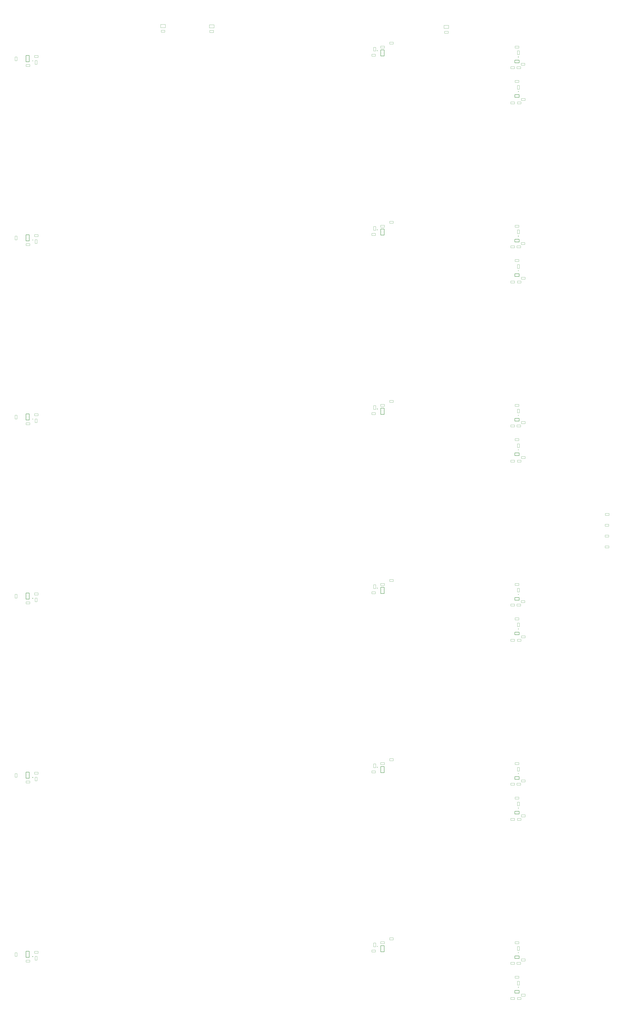
<source format=gbr>
%TF.GenerationSoftware,Altium Limited,Altium Designer,22.9.1 (49)*%
G04 Layer_Color=16711935*
%FSLAX45Y45*%
%MOMM*%
%TF.SameCoordinates,19B3199C-24C9-4E42-A554-521A99F5088D*%
%TF.FilePolarity,Positive*%
%TF.FileFunction,Other,Mechanical_13*%
%TF.Part,Single*%
G01*
G75*
%TA.AperFunction,NonConductor*%
%ADD28C,0.20000*%
%ADD29C,0.12700*%
%ADD36C,0.10000*%
D28*
X4226100Y4918000D02*
G03*
X4226100Y4918000I-10000J0D01*
G01*
X27010199Y5100400D02*
G03*
X27010199Y5100400I-10000J0D01*
G01*
X27011700Y3480400D02*
G03*
X27011700Y3480400I-10000J0D01*
G01*
X20392300Y5394700D02*
G03*
X20392300Y5394700I-10000J0D01*
G01*
X4226100Y46918170D02*
G03*
X4226100Y46918170I-10000J0D01*
G01*
X20392300Y47394870D02*
G03*
X20392300Y47394870I-10000J0D01*
G01*
X27011700Y45480569D02*
G03*
X27011700Y45480569I-10000J0D01*
G01*
X27010199Y47100571D02*
G03*
X27010199Y47100571I-10000J0D01*
G01*
X4226100Y21718068D02*
G03*
X4226100Y21718068I-10000J0D01*
G01*
X20392300Y22194768D02*
G03*
X20392300Y22194768I-10000J0D01*
G01*
X27011700Y20280469D02*
G03*
X27011700Y20280469I-10000J0D01*
G01*
X27010199Y21900468D02*
G03*
X27010199Y21900468I-10000J0D01*
G01*
X4226100Y38518137D02*
G03*
X4226100Y38518137I-10000J0D01*
G01*
X20392300Y38994836D02*
G03*
X20392300Y38994836I-10000J0D01*
G01*
X27011700Y37080536D02*
G03*
X27011700Y37080536I-10000J0D01*
G01*
X27010199Y38700537D02*
G03*
X27010199Y38700537I-10000J0D01*
G01*
Y30300500D02*
G03*
X27010199Y30300500I-10000J0D01*
G01*
X27011700Y28680502D02*
G03*
X27011700Y28680502I-10000J0D01*
G01*
X20392300Y30594803D02*
G03*
X20392300Y30594803I-10000J0D01*
G01*
X4226100Y30118103D02*
G03*
X4226100Y30118103I-10000J0D01*
G01*
X27011700Y11880434D02*
G03*
X27011700Y11880434I-10000J0D01*
G01*
X27010199Y13500433D02*
G03*
X27010199Y13500433I-10000J0D01*
G01*
X20392300Y13794734D02*
G03*
X20392300Y13794734I-10000J0D01*
G01*
X4226100Y13318034D02*
G03*
X4226100Y13318034I-10000J0D01*
G01*
D29*
X4055100Y4878000D02*
Y5168000D01*
X3895100Y4878000D02*
Y5168000D01*
Y4878000D02*
X4055100D01*
X3895100Y5168000D02*
X4055100D01*
X26835199Y4952900D02*
X27035199D01*
Y4827900D02*
Y4952900D01*
X26835199Y4827900D02*
X27035199D01*
X26835199D02*
Y4952900D01*
X26836700Y3332900D02*
X27036700D01*
Y3207900D02*
Y3332900D01*
X26836700Y3207900D02*
X27036700D01*
X26836700D02*
Y3332900D01*
X20543300Y5144700D02*
Y5434700D01*
X20703300Y5144700D02*
Y5434700D01*
X20543300D02*
X20703300D01*
X20543300Y5144700D02*
X20703300D01*
X4055100Y46878171D02*
Y47168170D01*
X3895100Y46878171D02*
Y47168170D01*
Y46878171D02*
X4055100D01*
X3895100Y47168170D02*
X4055100D01*
X20543300Y47144870D02*
Y47434869D01*
X20703300Y47144870D02*
Y47434869D01*
X20543300D02*
X20703300D01*
X20543300Y47144870D02*
X20703300D01*
X26836700Y45333069D02*
X27036700D01*
Y45208069D02*
Y45333069D01*
X26836700Y45208069D02*
X27036700D01*
X26836700D02*
Y45333069D01*
X26835199Y46953070D02*
X27035199D01*
Y46828070D02*
Y46953070D01*
X26835199Y46828070D02*
X27035199D01*
X26835199D02*
Y46953070D01*
X4055100Y21678069D02*
Y21968068D01*
X3895100Y21678069D02*
Y21968068D01*
Y21678069D02*
X4055100D01*
X3895100Y21968068D02*
X4055100D01*
X20543300Y21944768D02*
Y22234769D01*
X20703300Y21944768D02*
Y22234769D01*
X20543300D02*
X20703300D01*
X20543300Y21944768D02*
X20703300D01*
X26836700Y20132968D02*
X27036700D01*
Y20007968D02*
Y20132968D01*
X26836700Y20007968D02*
X27036700D01*
X26836700D02*
Y20132968D01*
X26835199Y21752968D02*
X27035199D01*
Y21627968D02*
Y21752968D01*
X26835199Y21627968D02*
X27035199D01*
X26835199D02*
Y21752968D01*
X4055100Y38478137D02*
Y38768137D01*
X3895100Y38478137D02*
Y38768137D01*
Y38478137D02*
X4055100D01*
X3895100Y38768137D02*
X4055100D01*
X20543300Y38744836D02*
Y39034836D01*
X20703300Y38744836D02*
Y39034836D01*
X20543300D02*
X20703300D01*
X20543300Y38744836D02*
X20703300D01*
X26836700Y36933035D02*
X27036700D01*
Y36808035D02*
Y36933035D01*
X26836700Y36808035D02*
X27036700D01*
X26836700D02*
Y36933035D01*
X26835199Y38553036D02*
X27035199D01*
Y38428036D02*
Y38553036D01*
X26835199Y38428036D02*
X27035199D01*
X26835199D02*
Y38553036D01*
Y30028003D02*
Y30153003D01*
Y30028003D02*
X27035199D01*
Y30153003D01*
X26835199D02*
X27035199D01*
X26836700Y28408002D02*
Y28533002D01*
Y28408002D02*
X27036700D01*
Y28533002D01*
X26836700D02*
X27036700D01*
X20543300Y30344803D02*
X20703300D01*
X20543300Y30634802D02*
X20703300D01*
Y30344803D02*
Y30634802D01*
X20543300Y30344803D02*
Y30634802D01*
X3895100Y30368103D02*
X4055100D01*
X3895100Y30078101D02*
X4055100D01*
X3895100D02*
Y30368103D01*
X4055100Y30078101D02*
Y30368103D01*
X26836700Y11607934D02*
Y11732934D01*
Y11607934D02*
X27036700D01*
Y11732934D01*
X26836700D02*
X27036700D01*
X26835199Y13227934D02*
Y13352934D01*
Y13227934D02*
X27035199D01*
Y13352934D01*
X26835199D02*
X27035199D01*
X20543300Y13544734D02*
X20703300D01*
X20543300Y13834734D02*
X20703300D01*
Y13544734D02*
Y13834734D01*
X20543300Y13544734D02*
Y13834734D01*
X3895100Y13568034D02*
X4055100D01*
X3895100Y13278033D02*
X4055100D01*
X3895100D02*
Y13568034D01*
X4055100Y13278033D02*
Y13568034D01*
D36*
X23534500Y48212500D02*
Y48307501D01*
X23709500Y48212500D02*
Y48307501D01*
X23534500D02*
X23709500D01*
X23534500Y48212500D02*
X23709500D01*
X23510800Y48441501D02*
X23730800D01*
X23510800Y48586499D02*
X23730800D01*
Y48441501D02*
Y48586499D01*
X23510800Y48441501D02*
Y48586499D01*
X27316299Y3064000D02*
Y3159000D01*
X27141299Y3064000D02*
Y3159000D01*
Y3064000D02*
X27316299D01*
X27141299Y3159000D02*
X27316299D01*
Y4715000D02*
Y4810000D01*
X27141299Y4715000D02*
Y4810000D01*
Y4715000D02*
X27316299D01*
X27141299Y4810000D02*
X27316299D01*
Y11471400D02*
Y11566400D01*
X27141299Y11471400D02*
Y11566400D01*
Y11471400D02*
X27316299D01*
X27141299Y11566400D02*
X27316299D01*
Y13109700D02*
Y13204700D01*
X27141299Y13109700D02*
Y13204700D01*
Y13109700D02*
X27316299D01*
X27141299Y13204700D02*
X27316299D01*
X27303601Y21517101D02*
Y21612100D01*
X27128601Y21517101D02*
Y21612100D01*
Y21517101D02*
X27303601D01*
X27128601Y21612100D02*
X27303601D01*
Y38306500D02*
Y38401501D01*
X27128601Y38306500D02*
Y38401501D01*
Y38306500D02*
X27303601D01*
X27128601Y38401501D02*
X27303601D01*
X27316299Y36680899D02*
Y36775900D01*
X27141299Y36680899D02*
Y36775900D01*
Y36680899D02*
X27316299D01*
X27141299Y36775900D02*
X27316299D01*
Y45062900D02*
Y45157901D01*
X27141299Y45062900D02*
Y45157901D01*
Y45062900D02*
X27316299D01*
X27141299Y45157901D02*
X27316299D01*
X27303601Y46713901D02*
Y46808899D01*
X27128601Y46713901D02*
Y46808899D01*
Y46713901D02*
X27303601D01*
X27128601Y46808899D02*
X27303601D01*
X27316299Y19866100D02*
Y19961099D01*
X27141299Y19866100D02*
Y19961099D01*
Y19866100D02*
X27316299D01*
X27141299Y19961099D02*
X27316299D01*
Y28273499D02*
Y28368500D01*
X27141299Y28273499D02*
Y28368500D01*
Y28273499D02*
X27316299D01*
X27141299Y28368500D02*
X27316299D01*
Y29911801D02*
Y30006799D01*
X27141299Y29911801D02*
Y30006799D01*
Y29911801D02*
X27316299D01*
X27141299Y30006799D02*
X27316299D01*
X10216300Y48479599D02*
X10436300D01*
X10216300Y48624600D02*
X10436300D01*
Y48479599D02*
Y48624600D01*
X10216300Y48479599D02*
Y48624600D01*
X10237600Y48263300D02*
X10412600D01*
X10237600Y48358301D02*
X10412600D01*
Y48263300D02*
Y48358301D01*
X10237600Y48263300D02*
Y48358301D01*
X12517100Y48250601D02*
X12692100D01*
X12517100Y48345599D02*
X12692100D01*
Y48250601D02*
Y48345599D01*
X12517100Y48250601D02*
Y48345599D01*
X12501100Y48466901D02*
X12721100D01*
X12501100Y48611899D02*
X12721100D01*
Y48466901D02*
Y48611899D01*
X12501100Y48466901D02*
Y48611899D01*
X26842700Y4003700D02*
X27017700D01*
X26842700Y3908700D02*
X27017700D01*
X26842700D02*
Y4003700D01*
X27017700Y3908700D02*
Y4003700D01*
X26639499Y36505536D02*
Y36600537D01*
X26814499Y36505536D02*
Y36600537D01*
X26639499D02*
X26814499D01*
X26639499Y36505536D02*
X26814499D01*
X4294000Y47172269D02*
X4469000D01*
X4294000Y47077271D02*
X4469000D01*
X4294000D02*
Y47172269D01*
X4469000Y47077271D02*
Y47172269D01*
X20118201Y47134271D02*
X20293201D01*
X20118201Y47229269D02*
X20293201D01*
Y47134271D02*
Y47229269D01*
X20118201Y47134271D02*
Y47229269D01*
X4294000Y38772235D02*
X4469000D01*
X4294000Y38677237D02*
X4469000D01*
X4294000D02*
Y38772235D01*
X4469000Y38677237D02*
Y38772235D01*
X20118201Y38734235D02*
X20293201D01*
X20118201Y38829236D02*
X20293201D01*
Y38734235D02*
Y38829236D01*
X20118201Y38734235D02*
Y38829236D01*
X4294000Y30372202D02*
X4469000D01*
X4294000Y30277203D02*
X4469000D01*
X4294000D02*
Y30372202D01*
X4469000Y30277203D02*
Y30372202D01*
X20118201Y30334201D02*
X20293201D01*
X20118201Y30429202D02*
X20293201D01*
Y30334201D02*
Y30429202D01*
X20118201Y30334201D02*
Y30429202D01*
X4294000Y21972168D02*
X4469000D01*
X4294000Y21877168D02*
X4469000D01*
X4294000D02*
Y21972168D01*
X4469000Y21877168D02*
Y21972168D01*
X20118201Y21934167D02*
X20293201D01*
X20118201Y22029169D02*
X20293201D01*
Y21934167D02*
Y22029169D01*
X20118201Y21934167D02*
Y22029169D01*
X4294000Y13572134D02*
X4469000D01*
X4294000Y13477135D02*
X4469000D01*
X4294000D02*
Y13572134D01*
X4469000Y13477135D02*
Y13572134D01*
X20118201Y13534134D02*
X20293201D01*
X20118201Y13629134D02*
X20293201D01*
Y13534134D02*
Y13629134D01*
X20118201Y13534134D02*
Y13629134D01*
X4416300Y4757700D02*
Y4932700D01*
X4321300Y4757700D02*
Y4932700D01*
X4416300D01*
X4321300Y4757700D02*
X4416300D01*
X3900300Y4753000D02*
X4075300D01*
X3900300Y4658000D02*
X4075300D01*
X3900300D02*
Y4753000D01*
X4075300Y4658000D02*
Y4753000D01*
X3381500Y4929000D02*
Y5104000D01*
X3476500Y4929000D02*
Y5104000D01*
X3381500Y4929000D02*
X3476500D01*
X3381500Y5104000D02*
X3476500D01*
X4294000Y5172100D02*
X4469000D01*
X4294000Y5077100D02*
X4469000D01*
X4294000D02*
Y5172100D01*
X4469000Y5077100D02*
Y5172100D01*
X20118201Y5134100D02*
X20293201D01*
X20118201Y5229100D02*
X20293201D01*
Y5134100D02*
Y5229100D01*
X20118201Y5134100D02*
Y5229100D01*
X26952701Y5214900D02*
Y5389900D01*
X27047702Y5214900D02*
Y5389900D01*
X26952701Y5214900D02*
X27047702D01*
X26952701Y5389900D02*
X27047702D01*
X26952701Y3589300D02*
Y3764300D01*
X27047702Y3589300D02*
Y3764300D01*
X26952701Y3589300D02*
X27047702D01*
X26952701Y3764300D02*
X27047702D01*
X26842700Y5616600D02*
X27017700D01*
X26842700Y5521600D02*
X27017700D01*
X26842700D02*
Y5616600D01*
X27017700Y5521600D02*
Y5616600D01*
X26639499Y4556400D02*
X26814499D01*
X26639499Y4651400D02*
X26814499D01*
Y4556400D02*
Y4651400D01*
X26639499Y4556400D02*
Y4651400D01*
X26931900Y4556400D02*
X27106900D01*
X26931900Y4651400D02*
X27106900D01*
Y4556400D02*
Y4651400D01*
X26931900Y4556400D02*
Y4651400D01*
X26639499Y2905400D02*
X26814499D01*
X26639499Y3000400D02*
X26814499D01*
Y2905400D02*
Y3000400D01*
X26639499Y2905400D02*
Y3000400D01*
X26950800Y2905400D02*
X27125800D01*
X26950800Y3000400D02*
X27125800D01*
Y2905400D02*
Y3000400D01*
X26950800Y2905400D02*
Y3000400D01*
X20537300Y5521600D02*
X20712300D01*
X20537300Y5616600D02*
X20712300D01*
Y5521600D02*
Y5616600D01*
X20537300Y5521600D02*
Y5616600D01*
X20209000Y5380000D02*
Y5555000D01*
X20304001Y5380000D02*
Y5555000D01*
X20209000Y5380000D02*
X20304001D01*
X20209000Y5555000D02*
X20304001D01*
X20956400Y5800600D02*
X21131400D01*
X20956400Y5705600D02*
X21131400D01*
X20956400D02*
Y5800600D01*
X21131400Y5705600D02*
Y5800600D01*
X3381500Y46929169D02*
Y47104169D01*
X3476500Y46929169D02*
Y47104169D01*
X3381500Y46929169D02*
X3476500D01*
X3381500Y47104169D02*
X3476500D01*
X4416300Y46757870D02*
Y46932870D01*
X4321300Y46757870D02*
Y46932870D01*
X4416300D01*
X4321300Y46757870D02*
X4416300D01*
X20956400Y47800769D02*
X21131400D01*
X20956400Y47705771D02*
X21131400D01*
X20956400D02*
Y47800769D01*
X21131400Y47705771D02*
Y47800769D01*
X20209000Y47380170D02*
Y47555170D01*
X20304001Y47380170D02*
Y47555170D01*
X20209000Y47380170D02*
X20304001D01*
X20209000Y47555170D02*
X20304001D01*
X3900300Y46753171D02*
X4075300D01*
X3900300Y46658170D02*
X4075300D01*
X3900300D02*
Y46753171D01*
X4075300Y46658170D02*
Y46753171D01*
X20537300Y47521771D02*
X20712300D01*
X20537300Y47616769D02*
X20712300D01*
Y47521771D02*
Y47616769D01*
X20537300Y47521771D02*
Y47616769D01*
X26950800Y44905569D02*
X27125800D01*
X26950800Y45000571D02*
X27125800D01*
Y44905569D02*
Y45000571D01*
X26950800Y44905569D02*
Y45000571D01*
X26639499Y44905569D02*
X26814499D01*
X26639499Y45000571D02*
X26814499D01*
Y44905569D02*
Y45000571D01*
X26639499Y44905569D02*
Y45000571D01*
X26931900Y46556570D02*
X27106900D01*
X26931900Y46651569D02*
X27106900D01*
Y46556570D02*
Y46651569D01*
X26931900Y46556570D02*
Y46651569D01*
X26639499Y46556570D02*
X26814499D01*
X26639499Y46651569D02*
X26814499D01*
Y46556570D02*
Y46651569D01*
X26639499Y46556570D02*
Y46651569D01*
X26842700Y46003870D02*
X27017700D01*
X26842700Y45908871D02*
X27017700D01*
X26842700D02*
Y46003870D01*
X27017700Y45908871D02*
Y46003870D01*
X26842700Y47616769D02*
X27017700D01*
X26842700Y47521771D02*
X27017700D01*
X26842700D02*
Y47616769D01*
X27017700Y47521771D02*
Y47616769D01*
X26952701Y45589471D02*
Y45764471D01*
X27047702Y45589471D02*
Y45764471D01*
X26952701Y45589471D02*
X27047702D01*
X26952701Y45764471D02*
X27047702D01*
X26952701Y47215070D02*
Y47390070D01*
X27047702Y47215070D02*
Y47390070D01*
X26952701Y47215070D02*
X27047702D01*
X26952701Y47390070D02*
X27047702D01*
X3381500Y21729068D02*
Y21904068D01*
X3476500Y21729068D02*
Y21904068D01*
X3381500Y21729068D02*
X3476500D01*
X3381500Y21904068D02*
X3476500D01*
X4416300Y21557768D02*
Y21732768D01*
X4321300Y21557768D02*
Y21732768D01*
X4416300D01*
X4321300Y21557768D02*
X4416300D01*
X20956400Y22600668D02*
X21131400D01*
X20956400Y22505669D02*
X21131400D01*
X20956400D02*
Y22600668D01*
X21131400Y22505669D02*
Y22600668D01*
X20209000Y22180067D02*
Y22355067D01*
X20304001Y22180067D02*
Y22355067D01*
X20209000Y22180067D02*
X20304001D01*
X20209000Y22355067D02*
X20304001D01*
X3900300Y21553069D02*
X4075300D01*
X3900300Y21458067D02*
X4075300D01*
X3900300D02*
Y21553069D01*
X4075300Y21458067D02*
Y21553069D01*
X20537300Y22321667D02*
X20712300D01*
X20537300Y22416669D02*
X20712300D01*
Y22321667D02*
Y22416669D01*
X20537300Y22321667D02*
Y22416669D01*
X26950800Y19705469D02*
X27125800D01*
X26950800Y19800468D02*
X27125800D01*
Y19705469D02*
Y19800468D01*
X26950800Y19705469D02*
Y19800468D01*
X26639499Y19705469D02*
X26814499D01*
X26639499Y19800468D02*
X26814499D01*
Y19705469D02*
Y19800468D01*
X26639499Y19705469D02*
Y19800468D01*
X26931900Y21356468D02*
X27106900D01*
X26931900Y21451468D02*
X27106900D01*
Y21356468D02*
Y21451468D01*
X26931900Y21356468D02*
Y21451468D01*
X26639499Y21356468D02*
X26814499D01*
X26639499Y21451468D02*
X26814499D01*
Y21356468D02*
Y21451468D01*
X26639499Y21356468D02*
Y21451468D01*
X26842700Y20803767D02*
X27017700D01*
X26842700Y20708768D02*
X27017700D01*
X26842700D02*
Y20803767D01*
X27017700Y20708768D02*
Y20803767D01*
X26842700Y22416669D02*
X27017700D01*
X26842700Y22321667D02*
X27017700D01*
X26842700D02*
Y22416669D01*
X27017700Y22321667D02*
Y22416669D01*
X26952701Y20389368D02*
Y20564368D01*
X27047702Y20389368D02*
Y20564368D01*
X26952701Y20389368D02*
X27047702D01*
X26952701Y20564368D02*
X27047702D01*
X26952701Y22014967D02*
Y22189967D01*
X27047702Y22014967D02*
Y22189967D01*
X26952701Y22014967D02*
X27047702D01*
X26952701Y22189967D02*
X27047702D01*
X3381500Y38529135D02*
Y38704135D01*
X3476500Y38529135D02*
Y38704135D01*
X3381500Y38529135D02*
X3476500D01*
X3381500Y38704135D02*
X3476500D01*
X4416300Y38357837D02*
Y38532837D01*
X4321300Y38357837D02*
Y38532837D01*
X4416300D01*
X4321300Y38357837D02*
X4416300D01*
X20956400Y39400735D02*
X21131400D01*
X20956400Y39305737D02*
X21131400D01*
X20956400D02*
Y39400735D01*
X21131400Y39305737D02*
Y39400735D01*
X20209000Y38980136D02*
Y39155136D01*
X20304001Y38980136D02*
Y39155136D01*
X20209000Y38980136D02*
X20304001D01*
X20209000Y39155136D02*
X20304001D01*
X3900300Y38353137D02*
X4075300D01*
X3900300Y38258136D02*
X4075300D01*
X3900300D02*
Y38353137D01*
X4075300Y38258136D02*
Y38353137D01*
X20537300Y39121735D02*
X20712300D01*
X20537300Y39216736D02*
X20712300D01*
Y39121735D02*
Y39216736D01*
X20537300Y39121735D02*
Y39216736D01*
X26950800Y36505536D02*
X27125800D01*
X26950800Y36600537D02*
X27125800D01*
Y36505536D02*
Y36600537D01*
X26950800Y36505536D02*
Y36600537D01*
X26931900Y38156537D02*
X27106900D01*
X26931900Y38251535D02*
X27106900D01*
Y38156537D02*
Y38251535D01*
X26931900Y38156537D02*
Y38251535D01*
X26639499Y38156537D02*
X26814499D01*
X26639499Y38251535D02*
X26814499D01*
Y38156537D02*
Y38251535D01*
X26639499Y38156537D02*
Y38251535D01*
X26842700Y37603836D02*
X27017700D01*
X26842700Y37508835D02*
X27017700D01*
X26842700D02*
Y37603836D01*
X27017700Y37508835D02*
Y37603836D01*
X26842700Y39216736D02*
X27017700D01*
X26842700Y39121735D02*
X27017700D01*
X26842700D02*
Y39216736D01*
X27017700Y39121735D02*
Y39216736D01*
X26952701Y37189435D02*
Y37364435D01*
X27047702Y37189435D02*
Y37364435D01*
X26952701Y37189435D02*
X27047702D01*
X26952701Y37364435D02*
X27047702D01*
X26952701Y38815036D02*
Y38990036D01*
X27047702Y38815036D02*
Y38990036D01*
X26952701Y38815036D02*
X27047702D01*
X26952701Y38990036D02*
X27047702D01*
X26952701Y30590002D02*
X27047702D01*
X26952701Y30415002D02*
X27047702D01*
Y30590002D01*
X26952701Y30415002D02*
Y30590002D01*
Y28964401D02*
X27047702D01*
X26952701Y28789401D02*
X27047702D01*
Y28964401D01*
X26952701Y28789401D02*
Y28964401D01*
X27017700Y30721701D02*
Y30816702D01*
X26842700Y30721701D02*
Y30816702D01*
Y30721701D02*
X27017700D01*
X26842700Y30816702D02*
X27017700D01*
Y29108801D02*
Y29203802D01*
X26842700Y29108801D02*
Y29203802D01*
Y29108801D02*
X27017700D01*
X26842700Y29203802D02*
X27017700D01*
X26639499Y29756503D02*
Y29851501D01*
X26814499Y29756503D02*
Y29851501D01*
X26639499D02*
X26814499D01*
X26639499Y29756503D02*
X26814499D01*
X26931900D02*
Y29851501D01*
X27106900Y29756503D02*
Y29851501D01*
X26931900D02*
X27106900D01*
X26931900Y29756503D02*
X27106900D01*
X26639499Y28105502D02*
Y28200500D01*
X26814499Y28105502D02*
Y28200500D01*
X26639499D02*
X26814499D01*
X26639499Y28105502D02*
X26814499D01*
X26950800Y28105502D02*
Y28200500D01*
X27125800Y28105502D02*
Y28200500D01*
X26950800D02*
X27125800D01*
X26950800Y28105502D02*
X27125800D01*
X20537300Y30721701D02*
Y30816702D01*
X20712300Y30721701D02*
Y30816702D01*
X20537300D02*
X20712300D01*
X20537300Y30721701D02*
X20712300D01*
X4075300Y29858102D02*
Y29953101D01*
X3900300Y29858102D02*
Y29953101D01*
Y29858102D02*
X4075300D01*
X3900300Y29953101D02*
X4075300D01*
X20209000Y30755103D02*
X20304001D01*
X20209000Y30580103D02*
X20304001D01*
Y30755103D01*
X20209000Y30580103D02*
Y30755103D01*
X21131400Y30905701D02*
Y31000702D01*
X20956400Y30905701D02*
Y31000702D01*
Y30905701D02*
X21131400D01*
X20956400Y31000702D02*
X21131400D01*
X4321300Y29957803D02*
X4416300D01*
X4321300Y30132803D02*
X4416300D01*
X4321300Y29957803D02*
Y30132803D01*
X4416300Y29957803D02*
Y30132803D01*
X3381500Y30304102D02*
X3476500D01*
X3381500Y30129102D02*
X3476500D01*
Y30304102D01*
X3381500Y30129102D02*
Y30304102D01*
X27017700Y12308734D02*
Y12403734D01*
X26842700Y12308734D02*
Y12403734D01*
Y12308734D02*
X27017700D01*
X26842700Y12403734D02*
X27017700D01*
Y13921634D02*
Y14016634D01*
X26842700Y13921634D02*
Y14016634D01*
Y13921634D02*
X27017700D01*
X26842700Y14016634D02*
X27017700D01*
X20537300Y13921634D02*
Y14016634D01*
X20712300Y13921634D02*
Y14016634D01*
X20537300D02*
X20712300D01*
X20537300Y13921634D02*
X20712300D01*
X20209000Y13955034D02*
X20304001D01*
X20209000Y13780034D02*
X20304001D01*
Y13955034D01*
X20209000Y13780034D02*
Y13955034D01*
X21131400Y14105634D02*
Y14200633D01*
X20956400Y14105634D02*
Y14200633D01*
Y14105634D02*
X21131400D01*
X20956400Y14200633D02*
X21131400D01*
X26639499Y12956435D02*
Y13051434D01*
X26814499Y12956435D02*
Y13051434D01*
X26639499D02*
X26814499D01*
X26639499Y12956435D02*
X26814499D01*
X26931900D02*
Y13051434D01*
X27106900Y12956435D02*
Y13051434D01*
X26931900D02*
X27106900D01*
X26931900Y12956435D02*
X27106900D01*
X26952701Y13789934D02*
X27047702D01*
X26952701Y13614934D02*
X27047702D01*
Y13789934D01*
X26952701Y13614934D02*
Y13789934D01*
Y12164334D02*
X27047702D01*
X26952701Y11989334D02*
X27047702D01*
Y12164334D01*
X26952701Y11989334D02*
Y12164334D01*
X26950800Y11305434D02*
Y11400434D01*
X27125800Y11305434D02*
Y11400434D01*
X26950800D02*
X27125800D01*
X26950800Y11305434D02*
X27125800D01*
X26639499Y11305434D02*
Y11400434D01*
X26814499Y11305434D02*
Y11400434D01*
X26639499D02*
X26814499D01*
X26639499Y11305434D02*
X26814499D01*
X4075300Y13058034D02*
Y13153033D01*
X3900300Y13058034D02*
Y13153033D01*
Y13058034D02*
X4075300D01*
X3900300Y13153033D02*
X4075300D01*
X3381500Y13504034D02*
X3476500D01*
X3381500Y13329034D02*
X3476500D01*
Y13504034D01*
X3381500Y13329034D02*
Y13504034D01*
X4321300Y13157735D02*
X4416300D01*
X4321300Y13332735D02*
X4416300D01*
X4321300Y13157735D02*
Y13332735D01*
X4416300Y13157735D02*
Y13332735D01*
X31078299Y25606500D02*
Y25701501D01*
X31253299Y25606500D02*
Y25701501D01*
X31078299D02*
X31253299D01*
X31078299Y25606500D02*
X31253299D01*
X31065601Y25098500D02*
Y25193500D01*
X31240601Y25098500D02*
Y25193500D01*
X31065601D02*
X31240601D01*
X31065601Y25098500D02*
X31240601D01*
X31065601Y24590500D02*
Y24685500D01*
X31240601Y24590500D02*
Y24685500D01*
X31065601D02*
X31240601D01*
X31065601Y24590500D02*
X31240601D01*
X31072101Y24082500D02*
Y24177499D01*
X31247101Y24082500D02*
Y24177499D01*
X31072101D02*
X31247101D01*
X31072101Y24082500D02*
X31247101D01*
%TF.MD5,180cdb298ae3830787036f7c44400cb1*%
M02*

</source>
